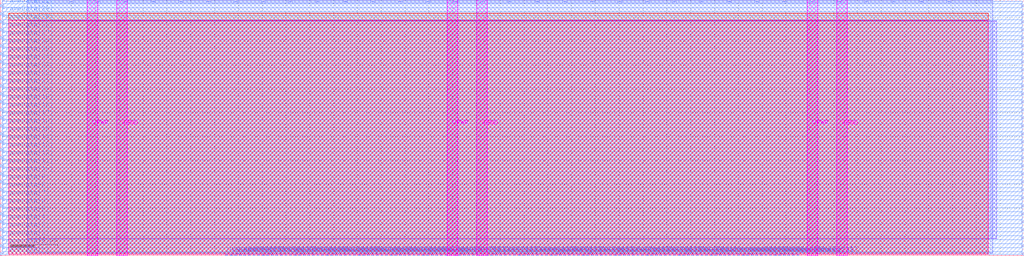
<source format=lef>
VERSION 5.7 ;
  NOWIREEXTENSIONATPIN ON ;
  DIVIDERCHAR "/" ;
  BUSBITCHARS "[]" ;
MACRO N_IO4
  CLASS BLOCK ;
  FOREIGN N_IO4 ;
  ORIGIN 0.000 0.000 ;
  SIZE 215.040 BY 53.760 ;
  PIN A_I_top
    DIRECTION OUTPUT ;
    USE SIGNAL ;
    ANTENNADIFFAREA 0.677200 ;
    PORT
      LAYER Metal2 ;
        RECT 20.440 53.360 20.840 53.760 ;
    END
  END A_I_top
  PIN A_O_top
    DIRECTION INPUT ;
    USE SIGNAL ;
    ANTENNAGATEAREA 1.601600 ;
    PORT
      LAYER Metal2 ;
        RECT 14.680 53.360 15.080 53.760 ;
    END
  END A_O_top
  PIN A_T_top
    DIRECTION OUTPUT ;
    USE SIGNAL ;
    ANTENNADIFFAREA 0.677200 ;
    PORT
      LAYER Metal2 ;
        RECT 26.200 53.360 26.600 53.760 ;
    END
  END A_T_top
  PIN B_I_top
    DIRECTION OUTPUT ;
    USE SIGNAL ;
    ANTENNADIFFAREA 0.677200 ;
    PORT
      LAYER Metal2 ;
        RECT 37.720 53.360 38.120 53.760 ;
    END
  END B_I_top
  PIN B_O_top
    DIRECTION INPUT ;
    USE SIGNAL ;
    ANTENNAGATEAREA 1.601600 ;
    PORT
      LAYER Metal2 ;
        RECT 31.960 53.360 32.360 53.760 ;
    END
  END B_O_top
  PIN B_T_top
    DIRECTION OUTPUT ;
    USE SIGNAL ;
    ANTENNADIFFAREA 0.677200 ;
    PORT
      LAYER Metal2 ;
        RECT 43.480 53.360 43.880 53.760 ;
    END
  END B_T_top
  PIN C_I_top
    DIRECTION OUTPUT ;
    USE SIGNAL ;
    ANTENNADIFFAREA 0.615900 ;
    PORT
      LAYER Metal2 ;
        RECT 55.000 53.360 55.400 53.760 ;
    END
  END C_I_top
  PIN C_O_top
    DIRECTION INPUT ;
    USE SIGNAL ;
    ANTENNAGATEAREA 1.601600 ;
    PORT
      LAYER Metal2 ;
        RECT 49.240 53.360 49.640 53.760 ;
    END
  END C_O_top
  PIN C_T_top
    DIRECTION OUTPUT ;
    USE SIGNAL ;
    ANTENNADIFFAREA 0.677200 ;
    PORT
      LAYER Metal2 ;
        RECT 60.760 53.360 61.160 53.760 ;
    END
  END C_T_top
  PIN Ci
    DIRECTION INPUT ;
    USE SIGNAL ;
    PORT
      LAYER Metal2 ;
        RECT 97.240 0.000 97.640 0.400 ;
    END
  END Ci
  PIN D_I_top
    DIRECTION OUTPUT ;
    USE SIGNAL ;
    ANTENNADIFFAREA 0.677200 ;
    PORT
      LAYER Metal2 ;
        RECT 72.280 53.360 72.680 53.760 ;
    END
  END D_I_top
  PIN D_O_top
    DIRECTION INPUT ;
    USE SIGNAL ;
    ANTENNAGATEAREA 1.601600 ;
    PORT
      LAYER Metal2 ;
        RECT 66.520 53.360 66.920 53.760 ;
    END
  END D_O_top
  PIN D_T_top
    DIRECTION OUTPUT ;
    USE SIGNAL ;
    ANTENNADIFFAREA 0.677200 ;
    PORT
      LAYER Metal2 ;
        RECT 78.040 53.360 78.440 53.760 ;
    END
  END D_T_top
  PIN FrameData[0]
    DIRECTION INPUT ;
    USE SIGNAL ;
    ANTENNAGATEAREA 0.903500 ;
    PORT
      LAYER Metal3 ;
        RECT 0.000 0.220 0.400 0.620 ;
    END
  END FrameData[0]
  PIN FrameData[10]
    DIRECTION INPUT ;
    USE SIGNAL ;
    ANTENNAGATEAREA 0.903500 ;
    PORT
      LAYER Metal3 ;
        RECT 0.000 17.020 0.400 17.420 ;
    END
  END FrameData[10]
  PIN FrameData[11]
    DIRECTION INPUT ;
    USE SIGNAL ;
    ANTENNAGATEAREA 0.903500 ;
    PORT
      LAYER Metal3 ;
        RECT 0.000 18.700 0.400 19.100 ;
    END
  END FrameData[11]
  PIN FrameData[12]
    DIRECTION INPUT ;
    USE SIGNAL ;
    ANTENNAGATEAREA 0.903500 ;
    PORT
      LAYER Metal3 ;
        RECT 0.000 20.380 0.400 20.780 ;
    END
  END FrameData[12]
  PIN FrameData[13]
    DIRECTION INPUT ;
    USE SIGNAL ;
    ANTENNAGATEAREA 0.903500 ;
    PORT
      LAYER Metal3 ;
        RECT 0.000 22.060 0.400 22.460 ;
    END
  END FrameData[13]
  PIN FrameData[14]
    DIRECTION INPUT ;
    USE SIGNAL ;
    ANTENNAGATEAREA 0.903500 ;
    PORT
      LAYER Metal3 ;
        RECT 0.000 23.740 0.400 24.140 ;
    END
  END FrameData[14]
  PIN FrameData[15]
    DIRECTION INPUT ;
    USE SIGNAL ;
    ANTENNAGATEAREA 0.903500 ;
    PORT
      LAYER Metal3 ;
        RECT 0.000 25.420 0.400 25.820 ;
    END
  END FrameData[15]
  PIN FrameData[16]
    DIRECTION INPUT ;
    USE SIGNAL ;
    ANTENNAGATEAREA 0.903500 ;
    PORT
      LAYER Metal3 ;
        RECT 0.000 27.100 0.400 27.500 ;
    END
  END FrameData[16]
  PIN FrameData[17]
    DIRECTION INPUT ;
    USE SIGNAL ;
    ANTENNAGATEAREA 0.903500 ;
    PORT
      LAYER Metal3 ;
        RECT 0.000 28.780 0.400 29.180 ;
    END
  END FrameData[17]
  PIN FrameData[18]
    DIRECTION INPUT ;
    USE SIGNAL ;
    ANTENNAGATEAREA 0.903500 ;
    PORT
      LAYER Metal3 ;
        RECT 0.000 30.460 0.400 30.860 ;
    END
  END FrameData[18]
  PIN FrameData[19]
    DIRECTION INPUT ;
    USE SIGNAL ;
    ANTENNAGATEAREA 0.903500 ;
    PORT
      LAYER Metal3 ;
        RECT 0.000 32.140 0.400 32.540 ;
    END
  END FrameData[19]
  PIN FrameData[1]
    DIRECTION INPUT ;
    USE SIGNAL ;
    ANTENNAGATEAREA 0.903500 ;
    PORT
      LAYER Metal3 ;
        RECT 0.000 1.900 0.400 2.300 ;
    END
  END FrameData[1]
  PIN FrameData[20]
    DIRECTION INPUT ;
    USE SIGNAL ;
    ANTENNAGATEAREA 0.903500 ;
    PORT
      LAYER Metal3 ;
        RECT 0.000 33.820 0.400 34.220 ;
    END
  END FrameData[20]
  PIN FrameData[21]
    DIRECTION INPUT ;
    USE SIGNAL ;
    ANTENNAGATEAREA 0.903500 ;
    PORT
      LAYER Metal3 ;
        RECT 0.000 35.500 0.400 35.900 ;
    END
  END FrameData[21]
  PIN FrameData[22]
    DIRECTION INPUT ;
    USE SIGNAL ;
    ANTENNAGATEAREA 0.903500 ;
    PORT
      LAYER Metal3 ;
        RECT 0.000 37.180 0.400 37.580 ;
    END
  END FrameData[22]
  PIN FrameData[23]
    DIRECTION INPUT ;
    USE SIGNAL ;
    ANTENNAGATEAREA 0.903500 ;
    PORT
      LAYER Metal3 ;
        RECT 0.000 38.860 0.400 39.260 ;
    END
  END FrameData[23]
  PIN FrameData[24]
    DIRECTION INPUT ;
    USE SIGNAL ;
    ANTENNAGATEAREA 0.903500 ;
    PORT
      LAYER Metal3 ;
        RECT 0.000 40.540 0.400 40.940 ;
    END
  END FrameData[24]
  PIN FrameData[25]
    DIRECTION INPUT ;
    USE SIGNAL ;
    ANTENNAGATEAREA 0.903500 ;
    PORT
      LAYER Metal3 ;
        RECT 0.000 42.220 0.400 42.620 ;
    END
  END FrameData[25]
  PIN FrameData[26]
    DIRECTION INPUT ;
    USE SIGNAL ;
    ANTENNAGATEAREA 0.903500 ;
    PORT
      LAYER Metal3 ;
        RECT 0.000 43.900 0.400 44.300 ;
    END
  END FrameData[26]
  PIN FrameData[27]
    DIRECTION INPUT ;
    USE SIGNAL ;
    ANTENNAGATEAREA 0.903500 ;
    PORT
      LAYER Metal3 ;
        RECT 0.000 45.580 0.400 45.980 ;
    END
  END FrameData[27]
  PIN FrameData[28]
    DIRECTION INPUT ;
    USE SIGNAL ;
    ANTENNAGATEAREA 1.084200 ;
    PORT
      LAYER Metal3 ;
        RECT 0.000 47.260 0.400 47.660 ;
    END
  END FrameData[28]
  PIN FrameData[29]
    DIRECTION INPUT ;
    USE SIGNAL ;
    ANTENNAGATEAREA 1.084200 ;
    PORT
      LAYER Metal3 ;
        RECT 0.000 48.940 0.400 49.340 ;
    END
  END FrameData[29]
  PIN FrameData[2]
    DIRECTION INPUT ;
    USE SIGNAL ;
    ANTENNAGATEAREA 0.903500 ;
    PORT
      LAYER Metal3 ;
        RECT 0.000 3.580 0.400 3.980 ;
    END
  END FrameData[2]
  PIN FrameData[30]
    DIRECTION INPUT ;
    USE SIGNAL ;
    ANTENNAGATEAREA 1.084200 ;
    PORT
      LAYER Metal3 ;
        RECT 0.000 50.620 0.400 51.020 ;
    END
  END FrameData[30]
  PIN FrameData[31]
    DIRECTION INPUT ;
    USE SIGNAL ;
    ANTENNAGATEAREA 1.084200 ;
    PORT
      LAYER Metal3 ;
        RECT 0.000 52.300 0.400 52.700 ;
    END
  END FrameData[31]
  PIN FrameData[3]
    DIRECTION INPUT ;
    USE SIGNAL ;
    ANTENNAGATEAREA 0.903500 ;
    PORT
      LAYER Metal3 ;
        RECT 0.000 5.260 0.400 5.660 ;
    END
  END FrameData[3]
  PIN FrameData[4]
    DIRECTION INPUT ;
    USE SIGNAL ;
    ANTENNAGATEAREA 0.903500 ;
    PORT
      LAYER Metal3 ;
        RECT 0.000 6.940 0.400 7.340 ;
    END
  END FrameData[4]
  PIN FrameData[5]
    DIRECTION INPUT ;
    USE SIGNAL ;
    ANTENNAGATEAREA 0.903500 ;
    PORT
      LAYER Metal3 ;
        RECT 0.000 8.620 0.400 9.020 ;
    END
  END FrameData[5]
  PIN FrameData[6]
    DIRECTION INPUT ;
    USE SIGNAL ;
    ANTENNAGATEAREA 0.903500 ;
    PORT
      LAYER Metal3 ;
        RECT 0.000 10.300 0.400 10.700 ;
    END
  END FrameData[6]
  PIN FrameData[7]
    DIRECTION INPUT ;
    USE SIGNAL ;
    ANTENNAGATEAREA 0.903500 ;
    PORT
      LAYER Metal3 ;
        RECT 0.000 11.980 0.400 12.380 ;
    END
  END FrameData[7]
  PIN FrameData[8]
    DIRECTION INPUT ;
    USE SIGNAL ;
    ANTENNAGATEAREA 0.903500 ;
    PORT
      LAYER Metal3 ;
        RECT 0.000 13.660 0.400 14.060 ;
    END
  END FrameData[8]
  PIN FrameData[9]
    DIRECTION INPUT ;
    USE SIGNAL ;
    ANTENNAGATEAREA 0.903500 ;
    PORT
      LAYER Metal3 ;
        RECT 0.000 15.340 0.400 15.740 ;
    END
  END FrameData[9]
  PIN FrameData_O[0]
    DIRECTION OUTPUT ;
    USE SIGNAL ;
    ANTENNADIFFAREA 0.708600 ;
    PORT
      LAYER Metal3 ;
        RECT 214.640 0.220 215.040 0.620 ;
    END
  END FrameData_O[0]
  PIN FrameData_O[10]
    DIRECTION OUTPUT ;
    USE SIGNAL ;
    ANTENNADIFFAREA 0.708600 ;
    PORT
      LAYER Metal3 ;
        RECT 214.640 17.020 215.040 17.420 ;
    END
  END FrameData_O[10]
  PIN FrameData_O[11]
    DIRECTION OUTPUT ;
    USE SIGNAL ;
    ANTENNADIFFAREA 0.708600 ;
    PORT
      LAYER Metal3 ;
        RECT 214.640 18.700 215.040 19.100 ;
    END
  END FrameData_O[11]
  PIN FrameData_O[12]
    DIRECTION OUTPUT ;
    USE SIGNAL ;
    ANTENNADIFFAREA 0.708600 ;
    PORT
      LAYER Metal3 ;
        RECT 214.640 20.380 215.040 20.780 ;
    END
  END FrameData_O[12]
  PIN FrameData_O[13]
    DIRECTION OUTPUT ;
    USE SIGNAL ;
    ANTENNADIFFAREA 0.708600 ;
    PORT
      LAYER Metal3 ;
        RECT 214.640 22.060 215.040 22.460 ;
    END
  END FrameData_O[13]
  PIN FrameData_O[14]
    DIRECTION OUTPUT ;
    USE SIGNAL ;
    ANTENNADIFFAREA 0.708600 ;
    PORT
      LAYER Metal3 ;
        RECT 214.640 23.740 215.040 24.140 ;
    END
  END FrameData_O[14]
  PIN FrameData_O[15]
    DIRECTION OUTPUT ;
    USE SIGNAL ;
    ANTENNADIFFAREA 0.708600 ;
    PORT
      LAYER Metal3 ;
        RECT 214.640 25.420 215.040 25.820 ;
    END
  END FrameData_O[15]
  PIN FrameData_O[16]
    DIRECTION OUTPUT ;
    USE SIGNAL ;
    ANTENNADIFFAREA 0.708600 ;
    PORT
      LAYER Metal3 ;
        RECT 214.640 27.100 215.040 27.500 ;
    END
  END FrameData_O[16]
  PIN FrameData_O[17]
    DIRECTION OUTPUT ;
    USE SIGNAL ;
    ANTENNADIFFAREA 0.708600 ;
    PORT
      LAYER Metal3 ;
        RECT 214.640 28.780 215.040 29.180 ;
    END
  END FrameData_O[17]
  PIN FrameData_O[18]
    DIRECTION OUTPUT ;
    USE SIGNAL ;
    ANTENNADIFFAREA 0.708600 ;
    PORT
      LAYER Metal3 ;
        RECT 214.640 30.460 215.040 30.860 ;
    END
  END FrameData_O[18]
  PIN FrameData_O[19]
    DIRECTION OUTPUT ;
    USE SIGNAL ;
    ANTENNADIFFAREA 0.708600 ;
    PORT
      LAYER Metal3 ;
        RECT 214.640 32.140 215.040 32.540 ;
    END
  END FrameData_O[19]
  PIN FrameData_O[1]
    DIRECTION OUTPUT ;
    USE SIGNAL ;
    ANTENNADIFFAREA 0.708600 ;
    PORT
      LAYER Metal3 ;
        RECT 214.640 1.900 215.040 2.300 ;
    END
  END FrameData_O[1]
  PIN FrameData_O[20]
    DIRECTION OUTPUT ;
    USE SIGNAL ;
    ANTENNADIFFAREA 0.708600 ;
    PORT
      LAYER Metal3 ;
        RECT 214.640 33.820 215.040 34.220 ;
    END
  END FrameData_O[20]
  PIN FrameData_O[21]
    DIRECTION OUTPUT ;
    USE SIGNAL ;
    ANTENNADIFFAREA 0.708600 ;
    PORT
      LAYER Metal3 ;
        RECT 214.640 35.500 215.040 35.900 ;
    END
  END FrameData_O[21]
  PIN FrameData_O[22]
    DIRECTION OUTPUT ;
    USE SIGNAL ;
    ANTENNADIFFAREA 0.708600 ;
    PORT
      LAYER Metal3 ;
        RECT 214.640 37.180 215.040 37.580 ;
    END
  END FrameData_O[22]
  PIN FrameData_O[23]
    DIRECTION OUTPUT ;
    USE SIGNAL ;
    ANTENNADIFFAREA 0.708600 ;
    PORT
      LAYER Metal3 ;
        RECT 214.640 38.860 215.040 39.260 ;
    END
  END FrameData_O[23]
  PIN FrameData_O[24]
    DIRECTION OUTPUT ;
    USE SIGNAL ;
    ANTENNADIFFAREA 0.708600 ;
    PORT
      LAYER Metal3 ;
        RECT 214.640 40.540 215.040 40.940 ;
    END
  END FrameData_O[24]
  PIN FrameData_O[25]
    DIRECTION OUTPUT ;
    USE SIGNAL ;
    ANTENNADIFFAREA 0.708600 ;
    PORT
      LAYER Metal3 ;
        RECT 214.640 42.220 215.040 42.620 ;
    END
  END FrameData_O[25]
  PIN FrameData_O[26]
    DIRECTION OUTPUT ;
    USE SIGNAL ;
    ANTENNADIFFAREA 0.708600 ;
    PORT
      LAYER Metal3 ;
        RECT 214.640 43.900 215.040 44.300 ;
    END
  END FrameData_O[26]
  PIN FrameData_O[27]
    DIRECTION OUTPUT ;
    USE SIGNAL ;
    ANTENNADIFFAREA 0.708600 ;
    PORT
      LAYER Metal3 ;
        RECT 214.640 45.580 215.040 45.980 ;
    END
  END FrameData_O[27]
  PIN FrameData_O[28]
    DIRECTION OUTPUT ;
    USE SIGNAL ;
    ANTENNADIFFAREA 0.708600 ;
    PORT
      LAYER Metal3 ;
        RECT 214.640 47.260 215.040 47.660 ;
    END
  END FrameData_O[28]
  PIN FrameData_O[29]
    DIRECTION OUTPUT ;
    USE SIGNAL ;
    ANTENNADIFFAREA 0.708600 ;
    PORT
      LAYER Metal3 ;
        RECT 214.640 48.940 215.040 49.340 ;
    END
  END FrameData_O[29]
  PIN FrameData_O[2]
    DIRECTION OUTPUT ;
    USE SIGNAL ;
    ANTENNADIFFAREA 0.708600 ;
    PORT
      LAYER Metal3 ;
        RECT 214.640 3.580 215.040 3.980 ;
    END
  END FrameData_O[2]
  PIN FrameData_O[30]
    DIRECTION OUTPUT ;
    USE SIGNAL ;
    ANTENNADIFFAREA 0.708600 ;
    PORT
      LAYER Metal3 ;
        RECT 214.640 50.620 215.040 51.020 ;
    END
  END FrameData_O[30]
  PIN FrameData_O[31]
    DIRECTION OUTPUT ;
    USE SIGNAL ;
    ANTENNADIFFAREA 0.708600 ;
    PORT
      LAYER Metal3 ;
        RECT 214.640 52.300 215.040 52.700 ;
    END
  END FrameData_O[31]
  PIN FrameData_O[3]
    DIRECTION OUTPUT ;
    USE SIGNAL ;
    ANTENNADIFFAREA 0.708600 ;
    PORT
      LAYER Metal3 ;
        RECT 214.640 5.260 215.040 5.660 ;
    END
  END FrameData_O[3]
  PIN FrameData_O[4]
    DIRECTION OUTPUT ;
    USE SIGNAL ;
    ANTENNADIFFAREA 0.708600 ;
    PORT
      LAYER Metal3 ;
        RECT 214.640 6.940 215.040 7.340 ;
    END
  END FrameData_O[4]
  PIN FrameData_O[5]
    DIRECTION OUTPUT ;
    USE SIGNAL ;
    ANTENNADIFFAREA 0.708600 ;
    PORT
      LAYER Metal3 ;
        RECT 214.640 8.620 215.040 9.020 ;
    END
  END FrameData_O[5]
  PIN FrameData_O[6]
    DIRECTION OUTPUT ;
    USE SIGNAL ;
    ANTENNADIFFAREA 0.708600 ;
    PORT
      LAYER Metal3 ;
        RECT 214.640 10.300 215.040 10.700 ;
    END
  END FrameData_O[6]
  PIN FrameData_O[7]
    DIRECTION OUTPUT ;
    USE SIGNAL ;
    ANTENNADIFFAREA 0.708600 ;
    PORT
      LAYER Metal3 ;
        RECT 214.640 11.980 215.040 12.380 ;
    END
  END FrameData_O[7]
  PIN FrameData_O[8]
    DIRECTION OUTPUT ;
    USE SIGNAL ;
    ANTENNADIFFAREA 0.708600 ;
    PORT
      LAYER Metal3 ;
        RECT 214.640 13.660 215.040 14.060 ;
    END
  END FrameData_O[8]
  PIN FrameData_O[9]
    DIRECTION OUTPUT ;
    USE SIGNAL ;
    ANTENNADIFFAREA 0.708600 ;
    PORT
      LAYER Metal3 ;
        RECT 214.640 15.340 215.040 15.740 ;
    END
  END FrameData_O[9]
  PIN FrameStrobe[0]
    DIRECTION INPUT ;
    USE SIGNAL ;
    ANTENNAGATEAREA 6.753500 ;
    PORT
      LAYER Metal2 ;
        RECT 149.080 0.000 149.480 0.400 ;
    END
  END FrameStrobe[0]
  PIN FrameStrobe[10]
    DIRECTION INPUT ;
    USE SIGNAL ;
    ANTENNAGATEAREA 0.180700 ;
    PORT
      LAYER Metal2 ;
        RECT 158.680 0.000 159.080 0.400 ;
    END
  END FrameStrobe[10]
  PIN FrameStrobe[11]
    DIRECTION INPUT ;
    USE SIGNAL ;
    ANTENNAGATEAREA 0.180700 ;
    PORT
      LAYER Metal2 ;
        RECT 159.640 0.000 160.040 0.400 ;
    END
  END FrameStrobe[11]
  PIN FrameStrobe[12]
    DIRECTION INPUT ;
    USE SIGNAL ;
    ANTENNAGATEAREA 0.180700 ;
    PORT
      LAYER Metal2 ;
        RECT 160.600 0.000 161.000 0.400 ;
    END
  END FrameStrobe[12]
  PIN FrameStrobe[13]
    DIRECTION INPUT ;
    USE SIGNAL ;
    ANTENNAGATEAREA 0.180700 ;
    PORT
      LAYER Metal2 ;
        RECT 161.560 0.000 161.960 0.400 ;
    END
  END FrameStrobe[13]
  PIN FrameStrobe[14]
    DIRECTION INPUT ;
    USE SIGNAL ;
    ANTENNAGATEAREA 0.180700 ;
    PORT
      LAYER Metal2 ;
        RECT 162.520 0.000 162.920 0.400 ;
    END
  END FrameStrobe[14]
  PIN FrameStrobe[15]
    DIRECTION INPUT ;
    USE SIGNAL ;
    ANTENNAGATEAREA 0.180700 ;
    PORT
      LAYER Metal2 ;
        RECT 163.480 0.000 163.880 0.400 ;
    END
  END FrameStrobe[15]
  PIN FrameStrobe[16]
    DIRECTION INPUT ;
    USE SIGNAL ;
    ANTENNAGATEAREA 0.180700 ;
    PORT
      LAYER Metal2 ;
        RECT 164.440 0.000 164.840 0.400 ;
    END
  END FrameStrobe[16]
  PIN FrameStrobe[17]
    DIRECTION INPUT ;
    USE SIGNAL ;
    ANTENNAGATEAREA 0.180700 ;
    PORT
      LAYER Metal2 ;
        RECT 165.400 0.000 165.800 0.400 ;
    END
  END FrameStrobe[17]
  PIN FrameStrobe[18]
    DIRECTION INPUT ;
    USE SIGNAL ;
    ANTENNAGATEAREA 0.180700 ;
    PORT
      LAYER Metal2 ;
        RECT 166.360 0.000 166.760 0.400 ;
    END
  END FrameStrobe[18]
  PIN FrameStrobe[19]
    DIRECTION INPUT ;
    USE SIGNAL ;
    ANTENNAGATEAREA 0.180700 ;
    PORT
      LAYER Metal2 ;
        RECT 167.320 0.000 167.720 0.400 ;
    END
  END FrameStrobe[19]
  PIN FrameStrobe[1]
    DIRECTION INPUT ;
    USE SIGNAL ;
    ANTENNAGATEAREA 6.753500 ;
    PORT
      LAYER Metal2 ;
        RECT 150.040 0.000 150.440 0.400 ;
    END
  END FrameStrobe[1]
  PIN FrameStrobe[2]
    DIRECTION INPUT ;
    USE SIGNAL ;
    ANTENNAGATEAREA 6.753500 ;
    PORT
      LAYER Metal2 ;
        RECT 151.000 0.000 151.400 0.400 ;
    END
  END FrameStrobe[2]
  PIN FrameStrobe[3]
    DIRECTION INPUT ;
    USE SIGNAL ;
    ANTENNAGATEAREA 6.753500 ;
    PORT
      LAYER Metal2 ;
        RECT 151.960 0.000 152.360 0.400 ;
    END
  END FrameStrobe[3]
  PIN FrameStrobe[4]
    DIRECTION INPUT ;
    USE SIGNAL ;
    ANTENNAGATEAREA 1.002300 ;
    PORT
      LAYER Metal2 ;
        RECT 152.920 0.000 153.320 0.400 ;
    END
  END FrameStrobe[4]
  PIN FrameStrobe[5]
    DIRECTION INPUT ;
    USE SIGNAL ;
    ANTENNAGATEAREA 0.180700 ;
    PORT
      LAYER Metal2 ;
        RECT 153.880 0.000 154.280 0.400 ;
    END
  END FrameStrobe[5]
  PIN FrameStrobe[6]
    DIRECTION INPUT ;
    USE SIGNAL ;
    ANTENNAGATEAREA 0.180700 ;
    PORT
      LAYER Metal2 ;
        RECT 154.840 0.000 155.240 0.400 ;
    END
  END FrameStrobe[6]
  PIN FrameStrobe[7]
    DIRECTION INPUT ;
    USE SIGNAL ;
    ANTENNAGATEAREA 0.180700 ;
    PORT
      LAYER Metal2 ;
        RECT 155.800 0.000 156.200 0.400 ;
    END
  END FrameStrobe[7]
  PIN FrameStrobe[8]
    DIRECTION INPUT ;
    USE SIGNAL ;
    ANTENNAGATEAREA 0.180700 ;
    PORT
      LAYER Metal2 ;
        RECT 156.760 0.000 157.160 0.400 ;
    END
  END FrameStrobe[8]
  PIN FrameStrobe[9]
    DIRECTION INPUT ;
    USE SIGNAL ;
    ANTENNAGATEAREA 0.180700 ;
    PORT
      LAYER Metal2 ;
        RECT 157.720 0.000 158.120 0.400 ;
    END
  END FrameStrobe[9]
  PIN FrameStrobe_O[0]
    DIRECTION OUTPUT ;
    USE SIGNAL ;
    ANTENNADIFFAREA 0.708600 ;
    PORT
      LAYER Metal2 ;
        RECT 89.560 53.360 89.960 53.760 ;
    END
  END FrameStrobe_O[0]
  PIN FrameStrobe_O[10]
    DIRECTION OUTPUT ;
    USE SIGNAL ;
    ANTENNADIFFAREA 0.708600 ;
    PORT
      LAYER Metal2 ;
        RECT 147.160 53.360 147.560 53.760 ;
    END
  END FrameStrobe_O[10]
  PIN FrameStrobe_O[11]
    DIRECTION OUTPUT ;
    USE SIGNAL ;
    ANTENNADIFFAREA 0.708600 ;
    PORT
      LAYER Metal2 ;
        RECT 152.920 53.360 153.320 53.760 ;
    END
  END FrameStrobe_O[11]
  PIN FrameStrobe_O[12]
    DIRECTION OUTPUT ;
    USE SIGNAL ;
    ANTENNADIFFAREA 0.708600 ;
    PORT
      LAYER Metal2 ;
        RECT 158.680 53.360 159.080 53.760 ;
    END
  END FrameStrobe_O[12]
  PIN FrameStrobe_O[13]
    DIRECTION OUTPUT ;
    USE SIGNAL ;
    ANTENNADIFFAREA 0.708600 ;
    PORT
      LAYER Metal2 ;
        RECT 164.440 53.360 164.840 53.760 ;
    END
  END FrameStrobe_O[13]
  PIN FrameStrobe_O[14]
    DIRECTION OUTPUT ;
    USE SIGNAL ;
    ANTENNADIFFAREA 0.708600 ;
    PORT
      LAYER Metal2 ;
        RECT 170.200 53.360 170.600 53.760 ;
    END
  END FrameStrobe_O[14]
  PIN FrameStrobe_O[15]
    DIRECTION OUTPUT ;
    USE SIGNAL ;
    ANTENNADIFFAREA 0.708600 ;
    PORT
      LAYER Metal2 ;
        RECT 175.960 53.360 176.360 53.760 ;
    END
  END FrameStrobe_O[15]
  PIN FrameStrobe_O[16]
    DIRECTION OUTPUT ;
    USE SIGNAL ;
    ANTENNADIFFAREA 0.708600 ;
    PORT
      LAYER Metal2 ;
        RECT 181.720 53.360 182.120 53.760 ;
    END
  END FrameStrobe_O[16]
  PIN FrameStrobe_O[17]
    DIRECTION OUTPUT ;
    USE SIGNAL ;
    ANTENNADIFFAREA 0.708600 ;
    PORT
      LAYER Metal2 ;
        RECT 187.480 53.360 187.880 53.760 ;
    END
  END FrameStrobe_O[17]
  PIN FrameStrobe_O[18]
    DIRECTION OUTPUT ;
    USE SIGNAL ;
    ANTENNADIFFAREA 0.708600 ;
    PORT
      LAYER Metal2 ;
        RECT 193.240 53.360 193.640 53.760 ;
    END
  END FrameStrobe_O[18]
  PIN FrameStrobe_O[19]
    DIRECTION OUTPUT ;
    USE SIGNAL ;
    ANTENNADIFFAREA 0.708600 ;
    PORT
      LAYER Metal2 ;
        RECT 199.000 53.360 199.400 53.760 ;
    END
  END FrameStrobe_O[19]
  PIN FrameStrobe_O[1]
    DIRECTION OUTPUT ;
    USE SIGNAL ;
    ANTENNADIFFAREA 0.708600 ;
    PORT
      LAYER Metal2 ;
        RECT 95.320 53.360 95.720 53.760 ;
    END
  END FrameStrobe_O[1]
  PIN FrameStrobe_O[2]
    DIRECTION OUTPUT ;
    USE SIGNAL ;
    ANTENNADIFFAREA 0.708600 ;
    PORT
      LAYER Metal2 ;
        RECT 101.080 53.360 101.480 53.760 ;
    END
  END FrameStrobe_O[2]
  PIN FrameStrobe_O[3]
    DIRECTION OUTPUT ;
    USE SIGNAL ;
    ANTENNADIFFAREA 0.708600 ;
    PORT
      LAYER Metal2 ;
        RECT 106.840 53.360 107.240 53.760 ;
    END
  END FrameStrobe_O[3]
  PIN FrameStrobe_O[4]
    DIRECTION OUTPUT ;
    USE SIGNAL ;
    ANTENNADIFFAREA 0.708600 ;
    PORT
      LAYER Metal2 ;
        RECT 112.600 53.360 113.000 53.760 ;
    END
  END FrameStrobe_O[4]
  PIN FrameStrobe_O[5]
    DIRECTION OUTPUT ;
    USE SIGNAL ;
    ANTENNADIFFAREA 0.708600 ;
    PORT
      LAYER Metal2 ;
        RECT 118.360 53.360 118.760 53.760 ;
    END
  END FrameStrobe_O[5]
  PIN FrameStrobe_O[6]
    DIRECTION OUTPUT ;
    USE SIGNAL ;
    ANTENNADIFFAREA 0.708600 ;
    PORT
      LAYER Metal2 ;
        RECT 124.120 53.360 124.520 53.760 ;
    END
  END FrameStrobe_O[6]
  PIN FrameStrobe_O[7]
    DIRECTION OUTPUT ;
    USE SIGNAL ;
    ANTENNADIFFAREA 0.708600 ;
    PORT
      LAYER Metal2 ;
        RECT 129.880 53.360 130.280 53.760 ;
    END
  END FrameStrobe_O[7]
  PIN FrameStrobe_O[8]
    DIRECTION OUTPUT ;
    USE SIGNAL ;
    ANTENNADIFFAREA 0.708600 ;
    PORT
      LAYER Metal2 ;
        RECT 135.640 53.360 136.040 53.760 ;
    END
  END FrameStrobe_O[8]
  PIN FrameStrobe_O[9]
    DIRECTION OUTPUT ;
    USE SIGNAL ;
    ANTENNADIFFAREA 0.708600 ;
    PORT
      LAYER Metal2 ;
        RECT 141.400 53.360 141.800 53.760 ;
    END
  END FrameStrobe_O[9]
  PIN N1END[0]
    DIRECTION INPUT ;
    USE SIGNAL ;
    ANTENNAGATEAREA 0.426400 ;
    PORT
      LAYER Metal2 ;
        RECT 47.320 0.000 47.720 0.400 ;
    END
  END N1END[0]
  PIN N1END[1]
    DIRECTION INPUT ;
    USE SIGNAL ;
    ANTENNAGATEAREA 0.426400 ;
    PORT
      LAYER Metal2 ;
        RECT 48.280 0.000 48.680 0.400 ;
    END
  END N1END[1]
  PIN N1END[2]
    DIRECTION INPUT ;
    USE SIGNAL ;
    ANTENNAGATEAREA 0.426400 ;
    PORT
      LAYER Metal2 ;
        RECT 49.240 0.000 49.640 0.400 ;
    END
  END N1END[2]
  PIN N1END[3]
    DIRECTION INPUT ;
    USE SIGNAL ;
    ANTENNAGATEAREA 0.426400 ;
    PORT
      LAYER Metal2 ;
        RECT 50.200 0.000 50.600 0.400 ;
    END
  END N1END[3]
  PIN N2END[0]
    DIRECTION INPUT ;
    USE SIGNAL ;
    ANTENNAGATEAREA 2.080000 ;
    PORT
      LAYER Metal2 ;
        RECT 58.840 0.000 59.240 0.400 ;
    END
  END N2END[0]
  PIN N2END[1]
    DIRECTION INPUT ;
    USE SIGNAL ;
    ANTENNAGATEAREA 1.320800 ;
    PORT
      LAYER Metal2 ;
        RECT 59.800 0.000 60.200 0.400 ;
    END
  END N2END[1]
  PIN N2END[2]
    DIRECTION INPUT ;
    USE SIGNAL ;
    ANTENNAGATEAREA 1.531400 ;
    PORT
      LAYER Metal2 ;
        RECT 60.760 0.000 61.160 0.400 ;
    END
  END N2END[2]
  PIN N2END[3]
    DIRECTION INPUT ;
    USE SIGNAL ;
    ANTENNAGATEAREA 1.560000 ;
    PORT
      LAYER Metal2 ;
        RECT 61.720 0.000 62.120 0.400 ;
    END
  END N2END[3]
  PIN N2END[4]
    DIRECTION INPUT ;
    USE SIGNAL ;
    ANTENNAGATEAREA 2.281000 ;
    PORT
      LAYER Metal2 ;
        RECT 62.680 0.000 63.080 0.400 ;
    END
  END N2END[4]
  PIN N2END[5]
    DIRECTION INPUT ;
    USE SIGNAL ;
    ANTENNAGATEAREA 2.087800 ;
    PORT
      LAYER Metal2 ;
        RECT 63.640 0.000 64.040 0.400 ;
    END
  END N2END[5]
  PIN N2END[6]
    DIRECTION INPUT ;
    USE SIGNAL ;
    ANTENNAGATEAREA 2.326600 ;
    PORT
      LAYER Metal2 ;
        RECT 64.600 0.000 65.000 0.400 ;
    END
  END N2END[6]
  PIN N2END[7]
    DIRECTION INPUT ;
    USE SIGNAL ;
    ANTENNAGATEAREA 1.378000 ;
    PORT
      LAYER Metal2 ;
        RECT 65.560 0.000 65.960 0.400 ;
    END
  END N2END[7]
  PIN N2MID[0]
    DIRECTION INPUT ;
    USE SIGNAL ;
    ANTENNAGATEAREA 1.292200 ;
    PORT
      LAYER Metal2 ;
        RECT 51.160 0.000 51.560 0.400 ;
    END
  END N2MID[0]
  PIN N2MID[1]
    DIRECTION INPUT ;
    USE SIGNAL ;
    ANTENNAGATEAREA 1.292200 ;
    PORT
      LAYER Metal2 ;
        RECT 52.120 0.000 52.520 0.400 ;
    END
  END N2MID[1]
  PIN N2MID[2]
    DIRECTION INPUT ;
    USE SIGNAL ;
    ANTENNAGATEAREA 1.505400 ;
    PORT
      LAYER Metal2 ;
        RECT 53.080 0.000 53.480 0.400 ;
    END
  END N2MID[2]
  PIN N2MID[3]
    DIRECTION INPUT ;
    USE SIGNAL ;
    ANTENNAGATEAREA 1.505400 ;
    PORT
      LAYER Metal2 ;
        RECT 54.040 0.000 54.440 0.400 ;
    END
  END N2MID[3]
  PIN N2MID[4]
    DIRECTION INPUT ;
    USE SIGNAL ;
    ANTENNAGATEAREA 1.505400 ;
    PORT
      LAYER Metal2 ;
        RECT 55.000 0.000 55.400 0.400 ;
    END
  END N2MID[4]
  PIN N2MID[5]
    DIRECTION INPUT ;
    USE SIGNAL ;
    ANTENNAGATEAREA 1.505400 ;
    PORT
      LAYER Metal2 ;
        RECT 55.960 0.000 56.360 0.400 ;
    END
  END N2MID[5]
  PIN N2MID[6]
    DIRECTION INPUT ;
    USE SIGNAL ;
    ANTENNAGATEAREA 1.931800 ;
    PORT
      LAYER Metal2 ;
        RECT 56.920 0.000 57.320 0.400 ;
    END
  END N2MID[6]
  PIN N2MID[7]
    DIRECTION INPUT ;
    USE SIGNAL ;
    ANTENNAGATEAREA 2.145000 ;
    PORT
      LAYER Metal2 ;
        RECT 57.880 0.000 58.280 0.400 ;
    END
  END N2MID[7]
  PIN N4END[0]
    DIRECTION INPUT ;
    USE SIGNAL ;
    ANTENNAGATEAREA 1.066000 ;
    PORT
      LAYER Metal2 ;
        RECT 66.520 0.000 66.920 0.400 ;
    END
  END N4END[0]
  PIN N4END[10]
    DIRECTION INPUT ;
    USE SIGNAL ;
    ANTENNAGATEAREA 0.852800 ;
    PORT
      LAYER Metal2 ;
        RECT 76.120 0.000 76.520 0.400 ;
    END
  END N4END[10]
  PIN N4END[11]
    DIRECTION INPUT ;
    USE SIGNAL ;
    ANTENNAGATEAREA 0.639600 ;
    PORT
      LAYER Metal2 ;
        RECT 77.080 0.000 77.480 0.400 ;
    END
  END N4END[11]
  PIN N4END[12]
    DIRECTION INPUT ;
    USE SIGNAL ;
    ANTENNAGATEAREA 0.213200 ;
    PORT
      LAYER Metal2 ;
        RECT 78.040 0.000 78.440 0.400 ;
    END
  END N4END[12]
  PIN N4END[13]
    DIRECTION INPUT ;
    USE SIGNAL ;
    ANTENNAGATEAREA 0.213200 ;
    PORT
      LAYER Metal2 ;
        RECT 79.000 0.000 79.400 0.400 ;
    END
  END N4END[13]
  PIN N4END[14]
    DIRECTION INPUT ;
    USE SIGNAL ;
    ANTENNAGATEAREA 0.213200 ;
    PORT
      LAYER Metal2 ;
        RECT 79.960 0.000 80.360 0.400 ;
    END
  END N4END[14]
  PIN N4END[15]
    DIRECTION INPUT ;
    USE SIGNAL ;
    ANTENNAGATEAREA 0.213200 ;
    PORT
      LAYER Metal2 ;
        RECT 80.920 0.000 81.320 0.400 ;
    END
  END N4END[15]
  PIN N4END[1]
    DIRECTION INPUT ;
    USE SIGNAL ;
    ANTENNAGATEAREA 1.066000 ;
    PORT
      LAYER Metal2 ;
        RECT 67.480 0.000 67.880 0.400 ;
    END
  END N4END[1]
  PIN N4END[2]
    DIRECTION INPUT ;
    USE SIGNAL ;
    ANTENNAGATEAREA 1.066000 ;
    PORT
      LAYER Metal2 ;
        RECT 68.440 0.000 68.840 0.400 ;
    END
  END N4END[2]
  PIN N4END[3]
    DIRECTION INPUT ;
    USE SIGNAL ;
    ANTENNAGATEAREA 1.066000 ;
    PORT
      LAYER Metal2 ;
        RECT 69.400 0.000 69.800 0.400 ;
    END
  END N4END[3]
  PIN N4END[4]
    DIRECTION INPUT ;
    USE SIGNAL ;
    ANTENNAGATEAREA 1.066000 ;
    PORT
      LAYER Metal2 ;
        RECT 70.360 0.000 70.760 0.400 ;
    END
  END N4END[4]
  PIN N4END[5]
    DIRECTION INPUT ;
    USE SIGNAL ;
    ANTENNAGATEAREA 1.066000 ;
    PORT
      LAYER Metal2 ;
        RECT 71.320 0.000 71.720 0.400 ;
    END
  END N4END[5]
  PIN N4END[6]
    DIRECTION INPUT ;
    USE SIGNAL ;
    ANTENNAGATEAREA 1.279200 ;
    PORT
      LAYER Metal2 ;
        RECT 72.280 0.000 72.680 0.400 ;
    END
  END N4END[6]
  PIN N4END[7]
    DIRECTION INPUT ;
    USE SIGNAL ;
    ANTENNAGATEAREA 1.279200 ;
    PORT
      LAYER Metal2 ;
        RECT 73.240 0.000 73.640 0.400 ;
    END
  END N4END[7]
  PIN N4END[8]
    DIRECTION INPUT ;
    USE SIGNAL ;
    ANTENNAGATEAREA 0.852800 ;
    PORT
      LAYER Metal2 ;
        RECT 74.200 0.000 74.600 0.400 ;
    END
  END N4END[8]
  PIN N4END[9]
    DIRECTION INPUT ;
    USE SIGNAL ;
    ANTENNAGATEAREA 0.639600 ;
    PORT
      LAYER Metal2 ;
        RECT 75.160 0.000 75.560 0.400 ;
    END
  END N4END[9]
  PIN NN4END[0]
    DIRECTION INPUT ;
    USE SIGNAL ;
    ANTENNAGATEAREA 0.639600 ;
    PORT
      LAYER Metal2 ;
        RECT 81.880 0.000 82.280 0.400 ;
    END
  END NN4END[0]
  PIN NN4END[10]
    DIRECTION INPUT ;
    USE SIGNAL ;
    ANTENNAGATEAREA 0.639600 ;
    PORT
      LAYER Metal2 ;
        RECT 91.480 0.000 91.880 0.400 ;
    END
  END NN4END[10]
  PIN NN4END[11]
    DIRECTION INPUT ;
    USE SIGNAL ;
    ANTENNAGATEAREA 0.639600 ;
    PORT
      LAYER Metal2 ;
        RECT 92.440 0.000 92.840 0.400 ;
    END
  END NN4END[11]
  PIN NN4END[12]
    DIRECTION INPUT ;
    USE SIGNAL ;
    ANTENNAGATEAREA 0.639600 ;
    PORT
      LAYER Metal2 ;
        RECT 93.400 0.000 93.800 0.400 ;
    END
  END NN4END[12]
  PIN NN4END[13]
    DIRECTION INPUT ;
    USE SIGNAL ;
    ANTENNAGATEAREA 0.639600 ;
    PORT
      LAYER Metal2 ;
        RECT 94.360 0.000 94.760 0.400 ;
    END
  END NN4END[13]
  PIN NN4END[14]
    DIRECTION INPUT ;
    USE SIGNAL ;
    ANTENNAGATEAREA 0.639600 ;
    PORT
      LAYER Metal2 ;
        RECT 95.320 0.000 95.720 0.400 ;
    END
  END NN4END[14]
  PIN NN4END[15]
    DIRECTION INPUT ;
    USE SIGNAL ;
    ANTENNAGATEAREA 0.639600 ;
    PORT
      LAYER Metal2 ;
        RECT 96.280 0.000 96.680 0.400 ;
    END
  END NN4END[15]
  PIN NN4END[1]
    DIRECTION INPUT ;
    USE SIGNAL ;
    ANTENNAGATEAREA 0.639600 ;
    PORT
      LAYER Metal2 ;
        RECT 82.840 0.000 83.240 0.400 ;
    END
  END NN4END[1]
  PIN NN4END[2]
    DIRECTION INPUT ;
    USE SIGNAL ;
    ANTENNAGATEAREA 0.639600 ;
    PORT
      LAYER Metal2 ;
        RECT 83.800 0.000 84.200 0.400 ;
    END
  END NN4END[2]
  PIN NN4END[3]
    DIRECTION INPUT ;
    USE SIGNAL ;
    ANTENNAGATEAREA 0.639600 ;
    PORT
      LAYER Metal2 ;
        RECT 84.760 0.000 85.160 0.400 ;
    END
  END NN4END[3]
  PIN NN4END[4]
    DIRECTION INPUT ;
    USE SIGNAL ;
    ANTENNAGATEAREA 0.639600 ;
    PORT
      LAYER Metal2 ;
        RECT 85.720 0.000 86.120 0.400 ;
    END
  END NN4END[4]
  PIN NN4END[5]
    DIRECTION INPUT ;
    USE SIGNAL ;
    ANTENNAGATEAREA 0.639600 ;
    PORT
      LAYER Metal2 ;
        RECT 86.680 0.000 87.080 0.400 ;
    END
  END NN4END[5]
  PIN NN4END[6]
    DIRECTION INPUT ;
    USE SIGNAL ;
    ANTENNAGATEAREA 0.639600 ;
    PORT
      LAYER Metal2 ;
        RECT 87.640 0.000 88.040 0.400 ;
    END
  END NN4END[6]
  PIN NN4END[7]
    DIRECTION INPUT ;
    USE SIGNAL ;
    ANTENNAGATEAREA 0.639600 ;
    PORT
      LAYER Metal2 ;
        RECT 88.600 0.000 89.000 0.400 ;
    END
  END NN4END[7]
  PIN NN4END[8]
    DIRECTION INPUT ;
    USE SIGNAL ;
    ANTENNAGATEAREA 0.639600 ;
    PORT
      LAYER Metal2 ;
        RECT 89.560 0.000 89.960 0.400 ;
    END
  END NN4END[8]
  PIN NN4END[9]
    DIRECTION INPUT ;
    USE SIGNAL ;
    ANTENNAGATEAREA 0.639600 ;
    PORT
      LAYER Metal2 ;
        RECT 90.520 0.000 90.920 0.400 ;
    END
  END NN4END[9]
  PIN S1BEG[0]
    DIRECTION OUTPUT ;
    USE SIGNAL ;
    ANTENNADIFFAREA 0.708600 ;
    PORT
      LAYER Metal2 ;
        RECT 98.200 0.000 98.600 0.400 ;
    END
  END S1BEG[0]
  PIN S1BEG[1]
    DIRECTION OUTPUT ;
    USE SIGNAL ;
    ANTENNADIFFAREA 0.708600 ;
    PORT
      LAYER Metal2 ;
        RECT 99.160 0.000 99.560 0.400 ;
    END
  END S1BEG[1]
  PIN S1BEG[2]
    DIRECTION OUTPUT ;
    USE SIGNAL ;
    ANTENNADIFFAREA 0.708600 ;
    PORT
      LAYER Metal2 ;
        RECT 100.120 0.000 100.520 0.400 ;
    END
  END S1BEG[2]
  PIN S1BEG[3]
    DIRECTION OUTPUT ;
    USE SIGNAL ;
    ANTENNADIFFAREA 0.708600 ;
    PORT
      LAYER Metal2 ;
        RECT 101.080 0.000 101.480 0.400 ;
    END
  END S1BEG[3]
  PIN S2BEG[0]
    DIRECTION OUTPUT ;
    USE SIGNAL ;
    ANTENNADIFFAREA 0.708600 ;
    PORT
      LAYER Metal2 ;
        RECT 102.040 0.000 102.440 0.400 ;
    END
  END S2BEG[0]
  PIN S2BEG[1]
    DIRECTION OUTPUT ;
    USE SIGNAL ;
    ANTENNADIFFAREA 0.708600 ;
    PORT
      LAYER Metal2 ;
        RECT 103.000 0.000 103.400 0.400 ;
    END
  END S2BEG[1]
  PIN S2BEG[2]
    DIRECTION OUTPUT ;
    USE SIGNAL ;
    ANTENNADIFFAREA 0.708600 ;
    PORT
      LAYER Metal2 ;
        RECT 103.960 0.000 104.360 0.400 ;
    END
  END S2BEG[2]
  PIN S2BEG[3]
    DIRECTION OUTPUT ;
    USE SIGNAL ;
    ANTENNADIFFAREA 0.708600 ;
    PORT
      LAYER Metal2 ;
        RECT 104.920 0.000 105.320 0.400 ;
    END
  END S2BEG[3]
  PIN S2BEG[4]
    DIRECTION OUTPUT ;
    USE SIGNAL ;
    ANTENNADIFFAREA 0.708600 ;
    PORT
      LAYER Metal2 ;
        RECT 105.880 0.000 106.280 0.400 ;
    END
  END S2BEG[4]
  PIN S2BEG[5]
    DIRECTION OUTPUT ;
    USE SIGNAL ;
    ANTENNADIFFAREA 0.708600 ;
    PORT
      LAYER Metal2 ;
        RECT 106.840 0.000 107.240 0.400 ;
    END
  END S2BEG[5]
  PIN S2BEG[6]
    DIRECTION OUTPUT ;
    USE SIGNAL ;
    ANTENNADIFFAREA 0.708600 ;
    PORT
      LAYER Metal2 ;
        RECT 107.800 0.000 108.200 0.400 ;
    END
  END S2BEG[6]
  PIN S2BEG[7]
    DIRECTION OUTPUT ;
    USE SIGNAL ;
    ANTENNADIFFAREA 0.708600 ;
    PORT
      LAYER Metal2 ;
        RECT 108.760 0.000 109.160 0.400 ;
    END
  END S2BEG[7]
  PIN S2BEGb[0]
    DIRECTION OUTPUT ;
    USE SIGNAL ;
    ANTENNADIFFAREA 0.708600 ;
    PORT
      LAYER Metal2 ;
        RECT 109.720 0.000 110.120 0.400 ;
    END
  END S2BEGb[0]
  PIN S2BEGb[1]
    DIRECTION OUTPUT ;
    USE SIGNAL ;
    ANTENNADIFFAREA 0.708600 ;
    PORT
      LAYER Metal2 ;
        RECT 110.680 0.000 111.080 0.400 ;
    END
  END S2BEGb[1]
  PIN S2BEGb[2]
    DIRECTION OUTPUT ;
    USE SIGNAL ;
    ANTENNADIFFAREA 0.708600 ;
    PORT
      LAYER Metal2 ;
        RECT 111.640 0.000 112.040 0.400 ;
    END
  END S2BEGb[2]
  PIN S2BEGb[3]
    DIRECTION OUTPUT ;
    USE SIGNAL ;
    ANTENNADIFFAREA 0.708600 ;
    PORT
      LAYER Metal2 ;
        RECT 112.600 0.000 113.000 0.400 ;
    END
  END S2BEGb[3]
  PIN S2BEGb[4]
    DIRECTION OUTPUT ;
    USE SIGNAL ;
    ANTENNADIFFAREA 0.708600 ;
    PORT
      LAYER Metal2 ;
        RECT 113.560 0.000 113.960 0.400 ;
    END
  END S2BEGb[4]
  PIN S2BEGb[5]
    DIRECTION OUTPUT ;
    USE SIGNAL ;
    ANTENNADIFFAREA 0.708600 ;
    PORT
      LAYER Metal2 ;
        RECT 114.520 0.000 114.920 0.400 ;
    END
  END S2BEGb[5]
  PIN S2BEGb[6]
    DIRECTION OUTPUT ;
    USE SIGNAL ;
    ANTENNADIFFAREA 0.708600 ;
    PORT
      LAYER Metal2 ;
        RECT 115.480 0.000 115.880 0.400 ;
    END
  END S2BEGb[6]
  PIN S2BEGb[7]
    DIRECTION OUTPUT ;
    USE SIGNAL ;
    ANTENNADIFFAREA 0.708600 ;
    PORT
      LAYER Metal2 ;
        RECT 116.440 0.000 116.840 0.400 ;
    END
  END S2BEGb[7]
  PIN S4BEG[0]
    DIRECTION OUTPUT ;
    USE SIGNAL ;
    ANTENNADIFFAREA 0.708600 ;
    PORT
      LAYER Metal2 ;
        RECT 117.400 0.000 117.800 0.400 ;
    END
  END S4BEG[0]
  PIN S4BEG[10]
    DIRECTION OUTPUT ;
    USE SIGNAL ;
    ANTENNADIFFAREA 0.708600 ;
    PORT
      LAYER Metal2 ;
        RECT 127.000 0.000 127.400 0.400 ;
    END
  END S4BEG[10]
  PIN S4BEG[11]
    DIRECTION OUTPUT ;
    USE SIGNAL ;
    ANTENNADIFFAREA 0.708600 ;
    PORT
      LAYER Metal2 ;
        RECT 127.960 0.000 128.360 0.400 ;
    END
  END S4BEG[11]
  PIN S4BEG[12]
    DIRECTION OUTPUT ;
    USE SIGNAL ;
    ANTENNADIFFAREA 0.708600 ;
    PORT
      LAYER Metal2 ;
        RECT 128.920 0.000 129.320 0.400 ;
    END
  END S4BEG[12]
  PIN S4BEG[13]
    DIRECTION OUTPUT ;
    USE SIGNAL ;
    ANTENNADIFFAREA 0.708600 ;
    PORT
      LAYER Metal2 ;
        RECT 129.880 0.000 130.280 0.400 ;
    END
  END S4BEG[13]
  PIN S4BEG[14]
    DIRECTION OUTPUT ;
    USE SIGNAL ;
    ANTENNADIFFAREA 0.708600 ;
    PORT
      LAYER Metal2 ;
        RECT 130.840 0.000 131.240 0.400 ;
    END
  END S4BEG[14]
  PIN S4BEG[15]
    DIRECTION OUTPUT ;
    USE SIGNAL ;
    ANTENNADIFFAREA 0.708600 ;
    PORT
      LAYER Metal2 ;
        RECT 131.800 0.000 132.200 0.400 ;
    END
  END S4BEG[15]
  PIN S4BEG[1]
    DIRECTION OUTPUT ;
    USE SIGNAL ;
    ANTENNADIFFAREA 0.708600 ;
    PORT
      LAYER Metal2 ;
        RECT 118.360 0.000 118.760 0.400 ;
    END
  END S4BEG[1]
  PIN S4BEG[2]
    DIRECTION OUTPUT ;
    USE SIGNAL ;
    ANTENNADIFFAREA 0.708600 ;
    PORT
      LAYER Metal2 ;
        RECT 119.320 0.000 119.720 0.400 ;
    END
  END S4BEG[2]
  PIN S4BEG[3]
    DIRECTION OUTPUT ;
    USE SIGNAL ;
    ANTENNADIFFAREA 0.708600 ;
    PORT
      LAYER Metal2 ;
        RECT 120.280 0.000 120.680 0.400 ;
    END
  END S4BEG[3]
  PIN S4BEG[4]
    DIRECTION OUTPUT ;
    USE SIGNAL ;
    ANTENNADIFFAREA 0.708600 ;
    PORT
      LAYER Metal2 ;
        RECT 121.240 0.000 121.640 0.400 ;
    END
  END S4BEG[4]
  PIN S4BEG[5]
    DIRECTION OUTPUT ;
    USE SIGNAL ;
    ANTENNADIFFAREA 0.708600 ;
    PORT
      LAYER Metal2 ;
        RECT 122.200 0.000 122.600 0.400 ;
    END
  END S4BEG[5]
  PIN S4BEG[6]
    DIRECTION OUTPUT ;
    USE SIGNAL ;
    ANTENNADIFFAREA 0.708600 ;
    PORT
      LAYER Metal2 ;
        RECT 123.160 0.000 123.560 0.400 ;
    END
  END S4BEG[6]
  PIN S4BEG[7]
    DIRECTION OUTPUT ;
    USE SIGNAL ;
    ANTENNADIFFAREA 0.708600 ;
    PORT
      LAYER Metal2 ;
        RECT 124.120 0.000 124.520 0.400 ;
    END
  END S4BEG[7]
  PIN S4BEG[8]
    DIRECTION OUTPUT ;
    USE SIGNAL ;
    ANTENNADIFFAREA 0.708600 ;
    PORT
      LAYER Metal2 ;
        RECT 125.080 0.000 125.480 0.400 ;
    END
  END S4BEG[8]
  PIN S4BEG[9]
    DIRECTION OUTPUT ;
    USE SIGNAL ;
    ANTENNADIFFAREA 0.708600 ;
    PORT
      LAYER Metal2 ;
        RECT 126.040 0.000 126.440 0.400 ;
    END
  END S4BEG[9]
  PIN SS4BEG[0]
    DIRECTION OUTPUT ;
    USE SIGNAL ;
    ANTENNADIFFAREA 0.708600 ;
    PORT
      LAYER Metal2 ;
        RECT 132.760 0.000 133.160 0.400 ;
    END
  END SS4BEG[0]
  PIN SS4BEG[10]
    DIRECTION OUTPUT ;
    USE SIGNAL ;
    ANTENNADIFFAREA 0.708600 ;
    PORT
      LAYER Metal2 ;
        RECT 142.360 0.000 142.760 0.400 ;
    END
  END SS4BEG[10]
  PIN SS4BEG[11]
    DIRECTION OUTPUT ;
    USE SIGNAL ;
    ANTENNADIFFAREA 0.708600 ;
    PORT
      LAYER Metal2 ;
        RECT 143.320 0.000 143.720 0.400 ;
    END
  END SS4BEG[11]
  PIN SS4BEG[12]
    DIRECTION OUTPUT ;
    USE SIGNAL ;
    ANTENNADIFFAREA 0.708600 ;
    PORT
      LAYER Metal2 ;
        RECT 144.280 0.000 144.680 0.400 ;
    END
  END SS4BEG[12]
  PIN SS4BEG[13]
    DIRECTION OUTPUT ;
    USE SIGNAL ;
    ANTENNADIFFAREA 0.708600 ;
    PORT
      LAYER Metal2 ;
        RECT 145.240 0.000 145.640 0.400 ;
    END
  END SS4BEG[13]
  PIN SS4BEG[14]
    DIRECTION OUTPUT ;
    USE SIGNAL ;
    ANTENNADIFFAREA 0.708600 ;
    PORT
      LAYER Metal2 ;
        RECT 146.200 0.000 146.600 0.400 ;
    END
  END SS4BEG[14]
  PIN SS4BEG[15]
    DIRECTION OUTPUT ;
    USE SIGNAL ;
    ANTENNADIFFAREA 0.708600 ;
    PORT
      LAYER Metal2 ;
        RECT 147.160 0.000 147.560 0.400 ;
    END
  END SS4BEG[15]
  PIN SS4BEG[1]
    DIRECTION OUTPUT ;
    USE SIGNAL ;
    ANTENNADIFFAREA 0.708600 ;
    PORT
      LAYER Metal2 ;
        RECT 133.720 0.000 134.120 0.400 ;
    END
  END SS4BEG[1]
  PIN SS4BEG[2]
    DIRECTION OUTPUT ;
    USE SIGNAL ;
    ANTENNADIFFAREA 0.708600 ;
    PORT
      LAYER Metal2 ;
        RECT 134.680 0.000 135.080 0.400 ;
    END
  END SS4BEG[2]
  PIN SS4BEG[3]
    DIRECTION OUTPUT ;
    USE SIGNAL ;
    ANTENNADIFFAREA 0.708600 ;
    PORT
      LAYER Metal2 ;
        RECT 135.640 0.000 136.040 0.400 ;
    END
  END SS4BEG[3]
  PIN SS4BEG[4]
    DIRECTION OUTPUT ;
    USE SIGNAL ;
    ANTENNADIFFAREA 0.708600 ;
    PORT
      LAYER Metal2 ;
        RECT 136.600 0.000 137.000 0.400 ;
    END
  END SS4BEG[4]
  PIN SS4BEG[5]
    DIRECTION OUTPUT ;
    USE SIGNAL ;
    ANTENNADIFFAREA 0.708600 ;
    PORT
      LAYER Metal2 ;
        RECT 137.560 0.000 137.960 0.400 ;
    END
  END SS4BEG[5]
  PIN SS4BEG[6]
    DIRECTION OUTPUT ;
    USE SIGNAL ;
    ANTENNADIFFAREA 0.708600 ;
    PORT
      LAYER Metal2 ;
        RECT 138.520 0.000 138.920 0.400 ;
    END
  END SS4BEG[6]
  PIN SS4BEG[7]
    DIRECTION OUTPUT ;
    USE SIGNAL ;
    ANTENNADIFFAREA 0.708600 ;
    PORT
      LAYER Metal2 ;
        RECT 139.480 0.000 139.880 0.400 ;
    END
  END SS4BEG[7]
  PIN SS4BEG[8]
    DIRECTION OUTPUT ;
    USE SIGNAL ;
    ANTENNADIFFAREA 0.708600 ;
    PORT
      LAYER Metal2 ;
        RECT 140.440 0.000 140.840 0.400 ;
    END
  END SS4BEG[8]
  PIN SS4BEG[9]
    DIRECTION OUTPUT ;
    USE SIGNAL ;
    ANTENNADIFFAREA 0.708600 ;
    PORT
      LAYER Metal2 ;
        RECT 141.400 0.000 141.800 0.400 ;
    END
  END SS4BEG[9]
  PIN UserCLK
    DIRECTION INPUT ;
    USE SIGNAL ;
    ANTENNAGATEAREA 1.450800 ;
    PORT
      LAYER Metal2 ;
        RECT 148.120 0.000 148.520 0.400 ;
    END
  END UserCLK
  PIN UserCLKo
    DIRECTION OUTPUT ;
    USE SIGNAL ;
    ANTENNADIFFAREA 0.708600 ;
    PORT
      LAYER Metal2 ;
        RECT 83.800 53.360 84.200 53.760 ;
    END
  END UserCLKo
  PIN VGND
    DIRECTION INOUT ;
    USE GROUND ;
    PORT
      LAYER TopMetal1 ;
        RECT 24.460 0.000 26.660 53.760 ;
    END
    PORT
      LAYER TopMetal1 ;
        RECT 100.060 0.000 102.260 53.760 ;
    END
    PORT
      LAYER TopMetal1 ;
        RECT 175.660 0.000 177.860 53.760 ;
    END
  END VGND
  PIN VPWR
    DIRECTION INOUT ;
    USE POWER ;
    PORT
      LAYER TopMetal1 ;
        RECT 18.260 0.000 20.460 53.760 ;
    END
    PORT
      LAYER TopMetal1 ;
        RECT 93.860 0.000 96.060 53.760 ;
    END
    PORT
      LAYER TopMetal1 ;
        RECT 169.460 0.000 171.660 53.760 ;
    END
  END VPWR
  OBS
      LAYER GatPoly ;
        RECT 5.760 3.630 209.280 49.290 ;
      LAYER Metal1 ;
        RECT 5.760 3.560 209.280 49.360 ;
      LAYER Metal2 ;
        RECT 5.660 53.150 14.470 53.660 ;
        RECT 15.290 53.150 20.230 53.660 ;
        RECT 21.050 53.150 25.990 53.660 ;
        RECT 26.810 53.150 31.750 53.660 ;
        RECT 32.570 53.150 37.510 53.660 ;
        RECT 38.330 53.150 43.270 53.660 ;
        RECT 44.090 53.150 49.030 53.660 ;
        RECT 49.850 53.150 54.790 53.660 ;
        RECT 55.610 53.150 60.550 53.660 ;
        RECT 61.370 53.150 66.310 53.660 ;
        RECT 67.130 53.150 72.070 53.660 ;
        RECT 72.890 53.150 77.830 53.660 ;
        RECT 78.650 53.150 83.590 53.660 ;
        RECT 84.410 53.150 89.350 53.660 ;
        RECT 90.170 53.150 95.110 53.660 ;
        RECT 95.930 53.150 100.870 53.660 ;
        RECT 101.690 53.150 106.630 53.660 ;
        RECT 107.450 53.150 112.390 53.660 ;
        RECT 113.210 53.150 118.150 53.660 ;
        RECT 118.970 53.150 123.910 53.660 ;
        RECT 124.730 53.150 129.670 53.660 ;
        RECT 130.490 53.150 135.430 53.660 ;
        RECT 136.250 53.150 141.190 53.660 ;
        RECT 142.010 53.150 146.950 53.660 ;
        RECT 147.770 53.150 152.710 53.660 ;
        RECT 153.530 53.150 158.470 53.660 ;
        RECT 159.290 53.150 164.230 53.660 ;
        RECT 165.050 53.150 169.990 53.660 ;
        RECT 170.810 53.150 175.750 53.660 ;
        RECT 176.570 53.150 181.510 53.660 ;
        RECT 182.330 53.150 187.270 53.660 ;
        RECT 188.090 53.150 193.030 53.660 ;
        RECT 193.850 53.150 198.790 53.660 ;
        RECT 199.610 53.150 208.425 53.660 ;
        RECT 5.660 0.610 208.425 53.150 ;
        RECT 5.660 0.275 47.110 0.610 ;
        RECT 47.930 0.275 48.070 0.610 ;
        RECT 48.890 0.275 49.030 0.610 ;
        RECT 49.850 0.275 49.990 0.610 ;
        RECT 50.810 0.275 50.950 0.610 ;
        RECT 51.770 0.275 51.910 0.610 ;
        RECT 52.730 0.275 52.870 0.610 ;
        RECT 53.690 0.275 53.830 0.610 ;
        RECT 54.650 0.275 54.790 0.610 ;
        RECT 55.610 0.275 55.750 0.610 ;
        RECT 56.570 0.275 56.710 0.610 ;
        RECT 57.530 0.275 57.670 0.610 ;
        RECT 58.490 0.275 58.630 0.610 ;
        RECT 59.450 0.275 59.590 0.610 ;
        RECT 60.410 0.275 60.550 0.610 ;
        RECT 61.370 0.275 61.510 0.610 ;
        RECT 62.330 0.275 62.470 0.610 ;
        RECT 63.290 0.275 63.430 0.610 ;
        RECT 64.250 0.275 64.390 0.610 ;
        RECT 65.210 0.275 65.350 0.610 ;
        RECT 66.170 0.275 66.310 0.610 ;
        RECT 67.130 0.275 67.270 0.610 ;
        RECT 68.090 0.275 68.230 0.610 ;
        RECT 69.050 0.275 69.190 0.610 ;
        RECT 70.010 0.275 70.150 0.610 ;
        RECT 70.970 0.275 71.110 0.610 ;
        RECT 71.930 0.275 72.070 0.610 ;
        RECT 72.890 0.275 73.030 0.610 ;
        RECT 73.850 0.275 73.990 0.610 ;
        RECT 74.810 0.275 74.950 0.610 ;
        RECT 75.770 0.275 75.910 0.610 ;
        RECT 76.730 0.275 76.870 0.610 ;
        RECT 77.690 0.275 77.830 0.610 ;
        RECT 78.650 0.275 78.790 0.610 ;
        RECT 79.610 0.275 79.750 0.610 ;
        RECT 80.570 0.275 80.710 0.610 ;
        RECT 81.530 0.275 81.670 0.610 ;
        RECT 82.490 0.275 82.630 0.610 ;
        RECT 83.450 0.275 83.590 0.610 ;
        RECT 84.410 0.275 84.550 0.610 ;
        RECT 85.370 0.275 85.510 0.610 ;
        RECT 86.330 0.275 86.470 0.610 ;
        RECT 87.290 0.275 87.430 0.610 ;
        RECT 88.250 0.275 88.390 0.610 ;
        RECT 89.210 0.275 89.350 0.610 ;
        RECT 90.170 0.275 90.310 0.610 ;
        RECT 91.130 0.275 91.270 0.610 ;
        RECT 92.090 0.275 92.230 0.610 ;
        RECT 93.050 0.275 93.190 0.610 ;
        RECT 94.010 0.275 94.150 0.610 ;
        RECT 94.970 0.275 95.110 0.610 ;
        RECT 95.930 0.275 96.070 0.610 ;
        RECT 96.890 0.275 97.030 0.610 ;
        RECT 97.850 0.275 97.990 0.610 ;
        RECT 98.810 0.275 98.950 0.610 ;
        RECT 99.770 0.275 99.910 0.610 ;
        RECT 100.730 0.275 100.870 0.610 ;
        RECT 101.690 0.275 101.830 0.610 ;
        RECT 102.650 0.275 102.790 0.610 ;
        RECT 103.610 0.275 103.750 0.610 ;
        RECT 104.570 0.275 104.710 0.610 ;
        RECT 105.530 0.275 105.670 0.610 ;
        RECT 106.490 0.275 106.630 0.610 ;
        RECT 107.450 0.275 107.590 0.610 ;
        RECT 108.410 0.275 108.550 0.610 ;
        RECT 109.370 0.275 109.510 0.610 ;
        RECT 110.330 0.275 110.470 0.610 ;
        RECT 111.290 0.275 111.430 0.610 ;
        RECT 112.250 0.275 112.390 0.610 ;
        RECT 113.210 0.275 113.350 0.610 ;
        RECT 114.170 0.275 114.310 0.610 ;
        RECT 115.130 0.275 115.270 0.610 ;
        RECT 116.090 0.275 116.230 0.610 ;
        RECT 117.050 0.275 117.190 0.610 ;
        RECT 118.010 0.275 118.150 0.610 ;
        RECT 118.970 0.275 119.110 0.610 ;
        RECT 119.930 0.275 120.070 0.610 ;
        RECT 120.890 0.275 121.030 0.610 ;
        RECT 121.850 0.275 121.990 0.610 ;
        RECT 122.810 0.275 122.950 0.610 ;
        RECT 123.770 0.275 123.910 0.610 ;
        RECT 124.730 0.275 124.870 0.610 ;
        RECT 125.690 0.275 125.830 0.610 ;
        RECT 126.650 0.275 126.790 0.610 ;
        RECT 127.610 0.275 127.750 0.610 ;
        RECT 128.570 0.275 128.710 0.610 ;
        RECT 129.530 0.275 129.670 0.610 ;
        RECT 130.490 0.275 130.630 0.610 ;
        RECT 131.450 0.275 131.590 0.610 ;
        RECT 132.410 0.275 132.550 0.610 ;
        RECT 133.370 0.275 133.510 0.610 ;
        RECT 134.330 0.275 134.470 0.610 ;
        RECT 135.290 0.275 135.430 0.610 ;
        RECT 136.250 0.275 136.390 0.610 ;
        RECT 137.210 0.275 137.350 0.610 ;
        RECT 138.170 0.275 138.310 0.610 ;
        RECT 139.130 0.275 139.270 0.610 ;
        RECT 140.090 0.275 140.230 0.610 ;
        RECT 141.050 0.275 141.190 0.610 ;
        RECT 142.010 0.275 142.150 0.610 ;
        RECT 142.970 0.275 143.110 0.610 ;
        RECT 143.930 0.275 144.070 0.610 ;
        RECT 144.890 0.275 145.030 0.610 ;
        RECT 145.850 0.275 145.990 0.610 ;
        RECT 146.810 0.275 146.950 0.610 ;
        RECT 147.770 0.275 147.910 0.610 ;
        RECT 148.730 0.275 148.870 0.610 ;
        RECT 149.690 0.275 149.830 0.610 ;
        RECT 150.650 0.275 150.790 0.610 ;
        RECT 151.610 0.275 151.750 0.610 ;
        RECT 152.570 0.275 152.710 0.610 ;
        RECT 153.530 0.275 153.670 0.610 ;
        RECT 154.490 0.275 154.630 0.610 ;
        RECT 155.450 0.275 155.590 0.610 ;
        RECT 156.410 0.275 156.550 0.610 ;
        RECT 157.370 0.275 157.510 0.610 ;
        RECT 158.330 0.275 158.470 0.610 ;
        RECT 159.290 0.275 159.430 0.610 ;
        RECT 160.250 0.275 160.390 0.610 ;
        RECT 161.210 0.275 161.350 0.610 ;
        RECT 162.170 0.275 162.310 0.610 ;
        RECT 163.130 0.275 163.270 0.610 ;
        RECT 164.090 0.275 164.230 0.610 ;
        RECT 165.050 0.275 165.190 0.610 ;
        RECT 166.010 0.275 166.150 0.610 ;
        RECT 166.970 0.275 167.110 0.610 ;
        RECT 167.930 0.275 208.425 0.610 ;
      LAYER Metal3 ;
        RECT 0.400 52.910 214.640 53.440 ;
        RECT 0.610 52.090 214.430 52.910 ;
        RECT 0.400 51.230 214.640 52.090 ;
        RECT 0.610 50.410 214.430 51.230 ;
        RECT 0.400 49.550 214.640 50.410 ;
        RECT 0.610 48.730 214.430 49.550 ;
        RECT 0.400 47.870 214.640 48.730 ;
        RECT 0.610 47.050 214.430 47.870 ;
        RECT 0.400 46.190 214.640 47.050 ;
        RECT 0.610 45.370 214.430 46.190 ;
        RECT 0.400 44.510 214.640 45.370 ;
        RECT 0.610 43.690 214.430 44.510 ;
        RECT 0.400 42.830 214.640 43.690 ;
        RECT 0.610 42.010 214.430 42.830 ;
        RECT 0.400 41.150 214.640 42.010 ;
        RECT 0.610 40.330 214.430 41.150 ;
        RECT 0.400 39.470 214.640 40.330 ;
        RECT 0.610 38.650 214.430 39.470 ;
        RECT 0.400 37.790 214.640 38.650 ;
        RECT 0.610 36.970 214.430 37.790 ;
        RECT 0.400 36.110 214.640 36.970 ;
        RECT 0.610 35.290 214.430 36.110 ;
        RECT 0.400 34.430 214.640 35.290 ;
        RECT 0.610 33.610 214.430 34.430 ;
        RECT 0.400 32.750 214.640 33.610 ;
        RECT 0.610 31.930 214.430 32.750 ;
        RECT 0.400 31.070 214.640 31.930 ;
        RECT 0.610 30.250 214.430 31.070 ;
        RECT 0.400 29.390 214.640 30.250 ;
        RECT 0.610 28.570 214.430 29.390 ;
        RECT 0.400 27.710 214.640 28.570 ;
        RECT 0.610 26.890 214.430 27.710 ;
        RECT 0.400 26.030 214.640 26.890 ;
        RECT 0.610 25.210 214.430 26.030 ;
        RECT 0.400 24.350 214.640 25.210 ;
        RECT 0.610 23.530 214.430 24.350 ;
        RECT 0.400 22.670 214.640 23.530 ;
        RECT 0.610 21.850 214.430 22.670 ;
        RECT 0.400 20.990 214.640 21.850 ;
        RECT 0.610 20.170 214.430 20.990 ;
        RECT 0.400 19.310 214.640 20.170 ;
        RECT 0.610 18.490 214.430 19.310 ;
        RECT 0.400 17.630 214.640 18.490 ;
        RECT 0.610 16.810 214.430 17.630 ;
        RECT 0.400 15.950 214.640 16.810 ;
        RECT 0.610 15.130 214.430 15.950 ;
        RECT 0.400 14.270 214.640 15.130 ;
        RECT 0.610 13.450 214.430 14.270 ;
        RECT 0.400 12.590 214.640 13.450 ;
        RECT 0.610 11.770 214.430 12.590 ;
        RECT 0.400 10.910 214.640 11.770 ;
        RECT 0.610 10.090 214.430 10.910 ;
        RECT 0.400 9.230 214.640 10.090 ;
        RECT 0.610 8.410 214.430 9.230 ;
        RECT 0.400 7.550 214.640 8.410 ;
        RECT 0.610 6.730 214.430 7.550 ;
        RECT 0.400 5.870 214.640 6.730 ;
        RECT 0.610 5.050 214.430 5.870 ;
        RECT 0.400 4.190 214.640 5.050 ;
        RECT 0.610 3.370 214.430 4.190 ;
        RECT 0.400 2.510 214.640 3.370 ;
        RECT 0.610 1.690 214.430 2.510 ;
        RECT 0.400 0.830 214.640 1.690 ;
        RECT 0.610 0.315 214.430 0.830 ;
      LAYER Metal4 ;
        RECT 1.815 0.270 207.465 50.965 ;
      LAYER Metal5 ;
        RECT 1.775 0.320 207.505 49.450 ;
  END
END N_IO4
END LIBRARY


</source>
